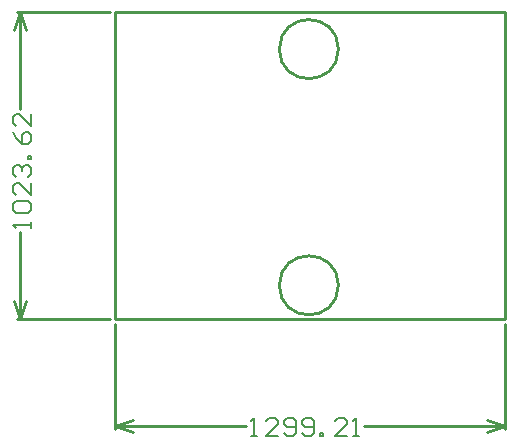
<source format=gko>
G04*
G04 #@! TF.GenerationSoftware,Altium Limited,CircuitStudio,1.5.2 (1.5.2.30)*
G04*
G04 Layer_Color=16720538*
%FSLAX44Y44*%
%MOMM*%
G71*
G01*
G75*
%ADD12C,0.2540*%
%ADD13C,0.1524*%
D12*
X529190Y488798D02*
G03*
X529190Y488798I-25000J0D01*
G01*
Y288798D02*
G03*
X529190Y288798I-25000J0D01*
G01*
X670000Y167460D02*
Y256190D01*
X340000Y167460D02*
Y256190D01*
X550705Y170000D02*
X670000D01*
X340000D02*
X451167D01*
X654760Y175080D02*
X670000Y170000D01*
X654760Y164920D02*
X670000Y170000D01*
X340000D02*
X355240Y164920D01*
X340000Y170000D02*
X355240Y175080D01*
X257460Y260000D02*
X336190D01*
X257460Y520000D02*
X336190D01*
X260000Y260000D02*
Y333628D01*
Y438244D02*
Y520000D01*
Y260000D02*
X265080Y275240D01*
X254920D02*
X260000Y260000D01*
X254920Y504760D02*
X260000Y520000D01*
X265080Y504760D01*
X340000Y260000D02*
Y520000D01*
X670000D01*
Y260000D02*
Y520000D01*
X340000Y260000D02*
X670000D01*
D13*
X455231Y160858D02*
X460309D01*
X457770D01*
Y176094D01*
X455231Y173554D01*
X478083Y160858D02*
X467927D01*
X478083Y171015D01*
Y173554D01*
X475544Y176094D01*
X470466D01*
X467927Y173554D01*
X483162Y163398D02*
X485701Y160858D01*
X490779D01*
X493318Y163398D01*
Y173554D01*
X490779Y176094D01*
X485701D01*
X483162Y173554D01*
Y171015D01*
X485701Y168476D01*
X493318D01*
X498397Y163398D02*
X500936Y160858D01*
X506014D01*
X508554Y163398D01*
Y173554D01*
X506014Y176094D01*
X500936D01*
X498397Y173554D01*
Y171015D01*
X500936Y168476D01*
X508554D01*
X513632Y160858D02*
Y163398D01*
X516171D01*
Y160858D01*
X513632D01*
X536484D02*
X526328D01*
X536484Y171015D01*
Y173554D01*
X533945Y176094D01*
X528867D01*
X526328Y173554D01*
X541563Y160858D02*
X546641D01*
X544102D01*
Y176094D01*
X541563Y173554D01*
X269142Y337692D02*
Y342770D01*
Y340231D01*
X253906D01*
X256446Y337692D01*
Y350387D02*
X253906Y352927D01*
Y358005D01*
X256446Y360544D01*
X266602D01*
X269142Y358005D01*
Y352927D01*
X266602Y350387D01*
X256446D01*
X269142Y375779D02*
Y365623D01*
X258985Y375779D01*
X256446D01*
X253906Y373240D01*
Y368162D01*
X256446Y365623D01*
Y380858D02*
X253906Y383397D01*
Y388475D01*
X256446Y391014D01*
X258985D01*
X261524Y388475D01*
Y385936D01*
Y388475D01*
X264063Y391014D01*
X266602D01*
X269142Y388475D01*
Y383397D01*
X266602Y380858D01*
X269142Y396093D02*
X266602D01*
Y398632D01*
X269142D01*
Y396093D01*
X253906Y418945D02*
X256446Y413867D01*
X261524Y408789D01*
X266602D01*
X269142Y411328D01*
Y416406D01*
X266602Y418945D01*
X264063D01*
X261524Y416406D01*
Y408789D01*
X269142Y434180D02*
Y424024D01*
X258985Y434180D01*
X256446D01*
X253906Y431641D01*
Y426563D01*
X256446Y424024D01*
M02*

</source>
